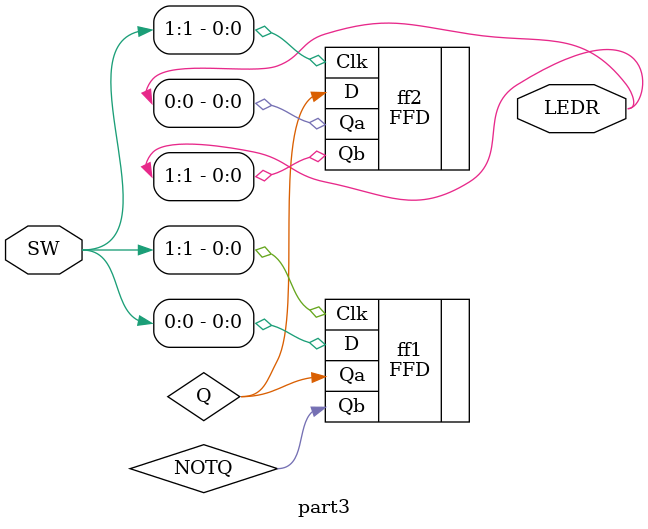
<source format=sv>
module part3(SW,LEDR);
	input logic [1:0] SW;
	output logic [1:0] LEDR;
	logic Q,NOTQ;

	FFD ff1(
		.D(SW[0]),
		.Clk(SW[1]),
		.Qa(Q),
		.Qb(NOTQ)
	);
	
	FFD ff2(
		.D(Q),
		.Clk(SW[1]),
		.Qa(LEDR[0]),
		.Qb(LEDR[1])
	);
	
endmodule

</source>
